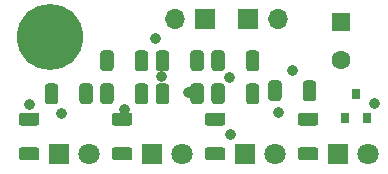
<source format=gbr>
%TF.GenerationSoftware,KiCad,Pcbnew,5.1.10-1.fc32*%
%TF.CreationDate,2021-08-01T16:38:55+02:00*%
%TF.ProjectId,lm324_therm_bar,6c6d3332-345f-4746-9865-726d5f626172,rev?*%
%TF.SameCoordinates,Original*%
%TF.FileFunction,Soldermask,Top*%
%TF.FilePolarity,Negative*%
%FSLAX46Y46*%
G04 Gerber Fmt 4.6, Leading zero omitted, Abs format (unit mm)*
G04 Created by KiCad (PCBNEW 5.1.10-1.fc32) date 2021-08-01 16:38:55*
%MOMM*%
%LPD*%
G01*
G04 APERTURE LIST*
%ADD10C,0.900000*%
%ADD11C,5.600000*%
%ADD12C,1.800000*%
%ADD13R,1.800000X1.800000*%
%ADD14R,1.700000X1.700000*%
%ADD15O,1.700000X1.700000*%
%ADD16R,0.800000X0.900000*%
%ADD17R,1.600000X1.600000*%
%ADD18C,1.600000*%
G04 APERTURE END LIST*
D10*
X59817000Y-50673000D02*
G75*
G03*
X59817000Y-50673000I0J0D01*
G01*
X57150000Y-49911000D02*
G75*
G03*
X57150000Y-49911000I0J0D01*
G01*
X65151000Y-50292000D02*
G75*
G03*
X65151000Y-50292000I0J0D01*
G01*
X67818000Y-44323000D02*
G75*
G03*
X67818000Y-44323000I0J0D01*
G01*
X68326000Y-47498000D02*
G75*
G03*
X68326000Y-47498000I0J0D01*
G01*
X70612000Y-48895000D02*
G75*
G03*
X70612000Y-48895000I0J0D01*
G01*
X74168000Y-52451000D02*
G75*
G03*
X74168000Y-52451000I0J0D01*
G01*
X74041000Y-47625000D02*
G75*
G03*
X74041000Y-47625000I0J0D01*
G01*
X78232000Y-50546000D02*
G75*
G03*
X78232000Y-50546000I0J0D01*
G01*
X79375000Y-46990000D02*
G75*
G03*
X79375000Y-46990000I0J0D01*
G01*
X86360000Y-49784000D02*
G75*
G03*
X86360000Y-49784000I0J0D01*
G01*
D11*
X58928000Y-44196000D03*
D12*
X62230000Y-54102000D03*
D13*
X59690000Y-54102000D03*
X67564000Y-54102000D03*
D12*
X70104000Y-54102000D03*
D13*
X75438000Y-54102000D03*
D12*
X77978000Y-54102000D03*
X85852000Y-54102000D03*
D13*
X83312000Y-54102000D03*
D14*
X72009000Y-42672000D03*
D15*
X69469000Y-42672000D03*
D16*
X83886000Y-51038000D03*
X85786000Y-51038000D03*
X84836000Y-49038000D03*
G36*
G01*
X66112500Y-49647001D02*
X66112500Y-48396999D01*
G75*
G02*
X66362499Y-48147000I249999J0D01*
G01*
X66987501Y-48147000D01*
G75*
G02*
X67237500Y-48396999I0J-249999D01*
G01*
X67237500Y-49647001D01*
G75*
G02*
X66987501Y-49897000I-249999J0D01*
G01*
X66362499Y-49897000D01*
G75*
G02*
X66112500Y-49647001I0J249999D01*
G01*
G37*
G36*
G01*
X63187500Y-49647001D02*
X63187500Y-48396999D01*
G75*
G02*
X63437499Y-48147000I249999J0D01*
G01*
X64062501Y-48147000D01*
G75*
G02*
X64312500Y-48396999I0J-249999D01*
G01*
X64312500Y-49647001D01*
G75*
G02*
X64062501Y-49897000I-249999J0D01*
G01*
X63437499Y-49897000D01*
G75*
G02*
X63187500Y-49647001I0J249999D01*
G01*
G37*
G36*
G01*
X67886500Y-49647001D02*
X67886500Y-48396999D01*
G75*
G02*
X68136499Y-48147000I249999J0D01*
G01*
X68761501Y-48147000D01*
G75*
G02*
X69011500Y-48396999I0J-249999D01*
G01*
X69011500Y-49647001D01*
G75*
G02*
X68761501Y-49897000I-249999J0D01*
G01*
X68136499Y-49897000D01*
G75*
G02*
X67886500Y-49647001I0J249999D01*
G01*
G37*
G36*
G01*
X70811500Y-49647001D02*
X70811500Y-48396999D01*
G75*
G02*
X71061499Y-48147000I249999J0D01*
G01*
X71686501Y-48147000D01*
G75*
G02*
X71936500Y-48396999I0J-249999D01*
G01*
X71936500Y-49647001D01*
G75*
G02*
X71686501Y-49897000I-249999J0D01*
G01*
X71061499Y-49897000D01*
G75*
G02*
X70811500Y-49647001I0J249999D01*
G01*
G37*
G36*
G01*
X73714500Y-48396999D02*
X73714500Y-49647001D01*
G75*
G02*
X73464501Y-49897000I-249999J0D01*
G01*
X72839499Y-49897000D01*
G75*
G02*
X72589500Y-49647001I0J249999D01*
G01*
X72589500Y-48396999D01*
G75*
G02*
X72839499Y-48147000I249999J0D01*
G01*
X73464501Y-48147000D01*
G75*
G02*
X73714500Y-48396999I0J-249999D01*
G01*
G37*
G36*
G01*
X76639500Y-48396999D02*
X76639500Y-49647001D01*
G75*
G02*
X76389501Y-49897000I-249999J0D01*
G01*
X75764499Y-49897000D01*
G75*
G02*
X75514500Y-49647001I0J249999D01*
G01*
X75514500Y-48396999D01*
G75*
G02*
X75764499Y-48147000I249999J0D01*
G01*
X76389501Y-48147000D01*
G75*
G02*
X76639500Y-48396999I0J-249999D01*
G01*
G37*
G36*
G01*
X63187500Y-46853001D02*
X63187500Y-45602999D01*
G75*
G02*
X63437499Y-45353000I249999J0D01*
G01*
X64062501Y-45353000D01*
G75*
G02*
X64312500Y-45602999I0J-249999D01*
G01*
X64312500Y-46853001D01*
G75*
G02*
X64062501Y-47103000I-249999J0D01*
G01*
X63437499Y-47103000D01*
G75*
G02*
X63187500Y-46853001I0J249999D01*
G01*
G37*
G36*
G01*
X66112500Y-46853001D02*
X66112500Y-45602999D01*
G75*
G02*
X66362499Y-45353000I249999J0D01*
G01*
X66987501Y-45353000D01*
G75*
G02*
X67237500Y-45602999I0J-249999D01*
G01*
X67237500Y-46853001D01*
G75*
G02*
X66987501Y-47103000I-249999J0D01*
G01*
X66362499Y-47103000D01*
G75*
G02*
X66112500Y-46853001I0J249999D01*
G01*
G37*
G36*
G01*
X62538500Y-48396999D02*
X62538500Y-49647001D01*
G75*
G02*
X62288501Y-49897000I-249999J0D01*
G01*
X61663499Y-49897000D01*
G75*
G02*
X61413500Y-49647001I0J249999D01*
G01*
X61413500Y-48396999D01*
G75*
G02*
X61663499Y-48147000I249999J0D01*
G01*
X62288501Y-48147000D01*
G75*
G02*
X62538500Y-48396999I0J-249999D01*
G01*
G37*
G36*
G01*
X59613500Y-48396999D02*
X59613500Y-49647001D01*
G75*
G02*
X59363501Y-49897000I-249999J0D01*
G01*
X58738499Y-49897000D01*
G75*
G02*
X58488500Y-49647001I0J249999D01*
G01*
X58488500Y-48396999D01*
G75*
G02*
X58738499Y-48147000I249999J0D01*
G01*
X59363501Y-48147000D01*
G75*
G02*
X59613500Y-48396999I0J-249999D01*
G01*
G37*
G36*
G01*
X70811500Y-46853001D02*
X70811500Y-45602999D01*
G75*
G02*
X71061499Y-45353000I249999J0D01*
G01*
X71686501Y-45353000D01*
G75*
G02*
X71936500Y-45602999I0J-249999D01*
G01*
X71936500Y-46853001D01*
G75*
G02*
X71686501Y-47103000I-249999J0D01*
G01*
X71061499Y-47103000D01*
G75*
G02*
X70811500Y-46853001I0J249999D01*
G01*
G37*
G36*
G01*
X67886500Y-46853001D02*
X67886500Y-45602999D01*
G75*
G02*
X68136499Y-45353000I249999J0D01*
G01*
X68761501Y-45353000D01*
G75*
G02*
X69011500Y-45602999I0J-249999D01*
G01*
X69011500Y-46853001D01*
G75*
G02*
X68761501Y-47103000I-249999J0D01*
G01*
X68136499Y-47103000D01*
G75*
G02*
X67886500Y-46853001I0J249999D01*
G01*
G37*
G36*
G01*
X78536500Y-48142999D02*
X78536500Y-49393001D01*
G75*
G02*
X78286501Y-49643000I-249999J0D01*
G01*
X77661499Y-49643000D01*
G75*
G02*
X77411500Y-49393001I0J249999D01*
G01*
X77411500Y-48142999D01*
G75*
G02*
X77661499Y-47893000I249999J0D01*
G01*
X78286501Y-47893000D01*
G75*
G02*
X78536500Y-48142999I0J-249999D01*
G01*
G37*
G36*
G01*
X81461500Y-48142999D02*
X81461500Y-49393001D01*
G75*
G02*
X81211501Y-49643000I-249999J0D01*
G01*
X80586499Y-49643000D01*
G75*
G02*
X80336500Y-49393001I0J249999D01*
G01*
X80336500Y-48142999D01*
G75*
G02*
X80586499Y-47893000I249999J0D01*
G01*
X81211501Y-47893000D01*
G75*
G02*
X81461500Y-48142999I0J-249999D01*
G01*
G37*
G36*
G01*
X72589500Y-46853001D02*
X72589500Y-45602999D01*
G75*
G02*
X72839499Y-45353000I249999J0D01*
G01*
X73464501Y-45353000D01*
G75*
G02*
X73714500Y-45602999I0J-249999D01*
G01*
X73714500Y-46853001D01*
G75*
G02*
X73464501Y-47103000I-249999J0D01*
G01*
X72839499Y-47103000D01*
G75*
G02*
X72589500Y-46853001I0J249999D01*
G01*
G37*
G36*
G01*
X75514500Y-46853001D02*
X75514500Y-45602999D01*
G75*
G02*
X75764499Y-45353000I249999J0D01*
G01*
X76389501Y-45353000D01*
G75*
G02*
X76639500Y-45602999I0J-249999D01*
G01*
X76639500Y-46853001D01*
G75*
G02*
X76389501Y-47103000I-249999J0D01*
G01*
X75764499Y-47103000D01*
G75*
G02*
X75514500Y-46853001I0J249999D01*
G01*
G37*
D17*
X83566000Y-42926000D03*
D18*
X83566000Y-46126000D03*
G36*
G01*
X57775001Y-54664500D02*
X56524999Y-54664500D01*
G75*
G02*
X56275000Y-54414501I0J249999D01*
G01*
X56275000Y-53789499D01*
G75*
G02*
X56524999Y-53539500I249999J0D01*
G01*
X57775001Y-53539500D01*
G75*
G02*
X58025000Y-53789499I0J-249999D01*
G01*
X58025000Y-54414501D01*
G75*
G02*
X57775001Y-54664500I-249999J0D01*
G01*
G37*
G36*
G01*
X57775001Y-51739500D02*
X56524999Y-51739500D01*
G75*
G02*
X56275000Y-51489501I0J249999D01*
G01*
X56275000Y-50864499D01*
G75*
G02*
X56524999Y-50614500I249999J0D01*
G01*
X57775001Y-50614500D01*
G75*
G02*
X58025000Y-50864499I0J-249999D01*
G01*
X58025000Y-51489501D01*
G75*
G02*
X57775001Y-51739500I-249999J0D01*
G01*
G37*
G36*
G01*
X65649001Y-51739500D02*
X64398999Y-51739500D01*
G75*
G02*
X64149000Y-51489501I0J249999D01*
G01*
X64149000Y-50864499D01*
G75*
G02*
X64398999Y-50614500I249999J0D01*
G01*
X65649001Y-50614500D01*
G75*
G02*
X65899000Y-50864499I0J-249999D01*
G01*
X65899000Y-51489501D01*
G75*
G02*
X65649001Y-51739500I-249999J0D01*
G01*
G37*
G36*
G01*
X65649001Y-54664500D02*
X64398999Y-54664500D01*
G75*
G02*
X64149000Y-54414501I0J249999D01*
G01*
X64149000Y-53789499D01*
G75*
G02*
X64398999Y-53539500I249999J0D01*
G01*
X65649001Y-53539500D01*
G75*
G02*
X65899000Y-53789499I0J-249999D01*
G01*
X65899000Y-54414501D01*
G75*
G02*
X65649001Y-54664500I-249999J0D01*
G01*
G37*
G36*
G01*
X73523001Y-54664500D02*
X72272999Y-54664500D01*
G75*
G02*
X72023000Y-54414501I0J249999D01*
G01*
X72023000Y-53789499D01*
G75*
G02*
X72272999Y-53539500I249999J0D01*
G01*
X73523001Y-53539500D01*
G75*
G02*
X73773000Y-53789499I0J-249999D01*
G01*
X73773000Y-54414501D01*
G75*
G02*
X73523001Y-54664500I-249999J0D01*
G01*
G37*
G36*
G01*
X73523001Y-51739500D02*
X72272999Y-51739500D01*
G75*
G02*
X72023000Y-51489501I0J249999D01*
G01*
X72023000Y-50864499D01*
G75*
G02*
X72272999Y-50614500I249999J0D01*
G01*
X73523001Y-50614500D01*
G75*
G02*
X73773000Y-50864499I0J-249999D01*
G01*
X73773000Y-51489501D01*
G75*
G02*
X73523001Y-51739500I-249999J0D01*
G01*
G37*
G36*
G01*
X81397001Y-51739500D02*
X80146999Y-51739500D01*
G75*
G02*
X79897000Y-51489501I0J249999D01*
G01*
X79897000Y-50864499D01*
G75*
G02*
X80146999Y-50614500I249999J0D01*
G01*
X81397001Y-50614500D01*
G75*
G02*
X81647000Y-50864499I0J-249999D01*
G01*
X81647000Y-51489501D01*
G75*
G02*
X81397001Y-51739500I-249999J0D01*
G01*
G37*
G36*
G01*
X81397001Y-54664500D02*
X80146999Y-54664500D01*
G75*
G02*
X79897000Y-54414501I0J249999D01*
G01*
X79897000Y-53789499D01*
G75*
G02*
X80146999Y-53539500I249999J0D01*
G01*
X81397001Y-53539500D01*
G75*
G02*
X81647000Y-53789499I0J-249999D01*
G01*
X81647000Y-54414501D01*
G75*
G02*
X81397001Y-54664500I-249999J0D01*
G01*
G37*
D14*
X75692000Y-42672000D03*
D15*
X78232000Y-42672000D03*
M02*

</source>
